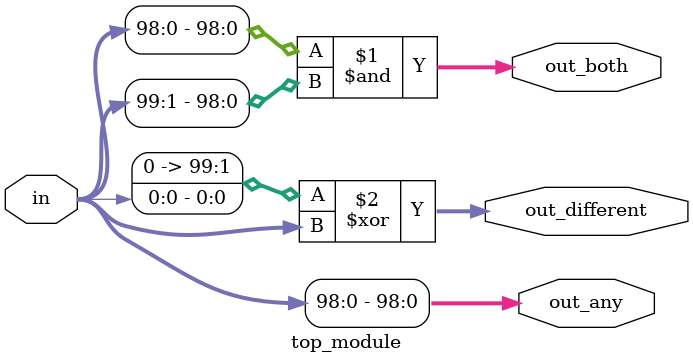
<source format=sv>
module top_module (
	input [99:0] in,
	output [98:0] out_both,
	output [99:1] out_any,
	output [99:0] out_different
);

	assign out_both = in[98:0] & in[99:1];
	assign out_any = in;
	assign out_different = {in[0]} ^ in[99:0];

endmodule

</source>
